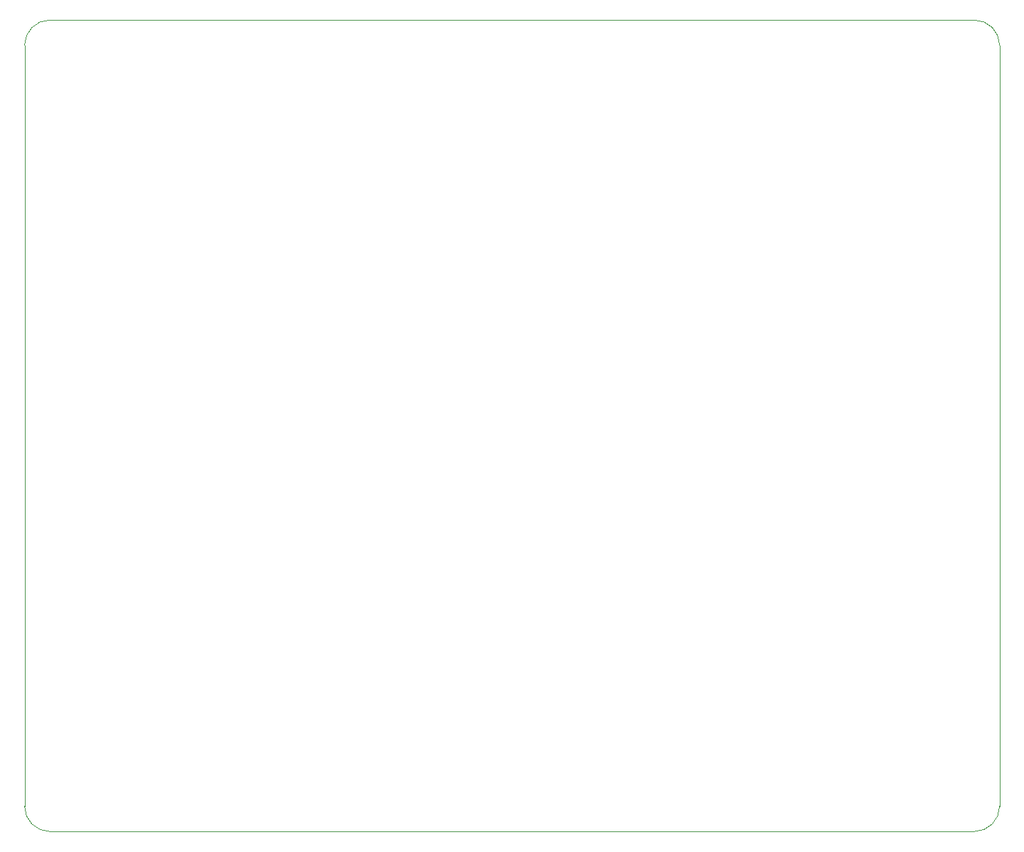
<source format=gm1>
G04 #@! TF.GenerationSoftware,KiCad,Pcbnew,9.0.3*
G04 #@! TF.CreationDate,2025-08-06T01:31:42+09:00*
G04 #@! TF.ProjectId,sasakicatchrobomain25,73617361-6b69-4636-9174-6368726f626f,rev?*
G04 #@! TF.SameCoordinates,Original*
G04 #@! TF.FileFunction,Profile,NP*
%FSLAX46Y46*%
G04 Gerber Fmt 4.6, Leading zero omitted, Abs format (unit mm)*
G04 Created by KiCad (PCBNEW 9.0.3) date 2025-08-06 01:31:42*
%MOMM*%
%LPD*%
G01*
G04 APERTURE LIST*
G04 #@! TA.AperFunction,Profile*
%ADD10C,0.050000*%
G04 #@! TD*
G04 APERTURE END LIST*
D10*
X68250000Y-47145000D02*
X68250000Y-53750000D01*
X71250000Y-44145000D02*
X181250000Y-44145000D01*
X184250000Y-53750000D02*
X184250000Y-47145000D01*
X181250000Y-44145000D02*
G75*
G02*
X184250000Y-47145000I0J-3000000D01*
G01*
X68250000Y-47145000D02*
G75*
G02*
X71250000Y-44145000I3000000J0D01*
G01*
X68250000Y-137750000D02*
X68250000Y-53750000D01*
X71250000Y-140750000D02*
G75*
G02*
X68250000Y-137750000I0J3000000D01*
G01*
X184250000Y-137750000D02*
X184250000Y-53750000D01*
X184250000Y-137750000D02*
G75*
G02*
X181250000Y-140750000I-3000000J0D01*
G01*
X71250000Y-140750000D02*
X181250000Y-140750000D01*
M02*

</source>
